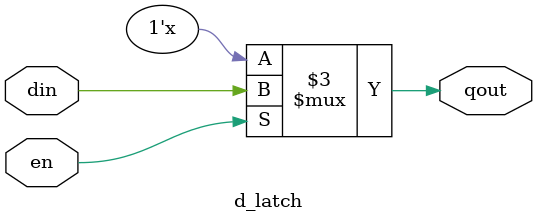
<source format=v>
/*
module d_latch(en, din, qout);
	input en, din;
	output qout;
	
	assign qout = en ? din : qout;
endmodule
*/
module d_latch(en, din, qout);
	input en, din;
	output qout;
	reg qout;
	
	always @(en, din)
		if(en) qout = din;
	
endmodule

</source>
